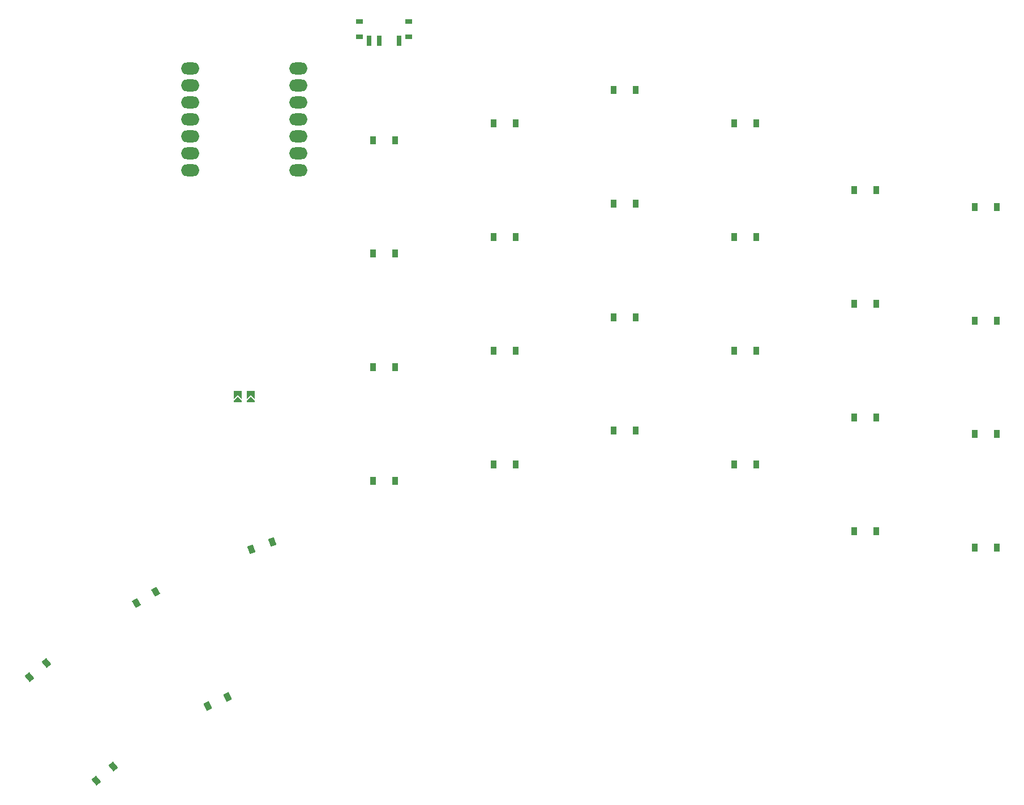
<source format=gbr>
%TF.GenerationSoftware,KiCad,Pcbnew,8.0.6*%
%TF.CreationDate,2025-01-31T15:21:25+01:00*%
%TF.ProjectId,sleepy58,736c6565-7079-4353-982e-6b696361645f,v1.0.0*%
%TF.SameCoordinates,Original*%
%TF.FileFunction,Paste,Top*%
%TF.FilePolarity,Positive*%
%FSLAX46Y46*%
G04 Gerber Fmt 4.6, Leading zero omitted, Abs format (unit mm)*
G04 Created by KiCad (PCBNEW 8.0.6) date 2025-01-31 15:21:25*
%MOMM*%
%LPD*%
G01*
G04 APERTURE LIST*
G04 Aperture macros list*
%AMRotRect*
0 Rectangle, with rotation*
0 The origin of the aperture is its center*
0 $1 length*
0 $2 width*
0 $3 Rotation angle, in degrees counterclockwise*
0 Add horizontal line*
21,1,$1,$2,0,0,$3*%
%AMFreePoly0*
4,1,6,0.600000,-1.000000,0.000000,-0.400000,-0.600000,-1.000000,-0.600000,0.250000,0.600000,0.250000,0.600000,-1.000000,0.600000,-1.000000,$1*%
%AMFreePoly1*
4,1,6,0.600000,-0.200000,0.600000,-0.400000,-0.600000,-0.400000,-0.600000,-0.200000,0.000000,0.400000,0.600000,-0.200000,0.600000,-0.200000,$1*%
G04 Aperture macros list end*
%ADD10R,0.900000X1.200000*%
%ADD11RotRect,0.900000X1.200000X40.000000*%
%ADD12RotRect,0.900000X1.200000X20.000000*%
%ADD13RotRect,0.900000X1.200000X30.000000*%
%ADD14FreePoly0,0.000000*%
%ADD15FreePoly1,0.000000*%
%ADD16O,2.750000X1.800000*%
%ADD17RotRect,0.900000X1.200000X25.000000*%
%ADD18R,1.000000X0.800000*%
%ADD19R,0.700000X1.500000*%
G04 APERTURE END LIST*
D10*
%TO.C,D1*%
X98350000Y-105000000D03*
X101650000Y-105000000D03*
%TD*%
%TO.C,D21*%
X188350000Y-115000000D03*
X191650000Y-115000000D03*
%TD*%
D11*
%TO.C,D29*%
X56949927Y-149890800D03*
X59477873Y-147769600D03*
%TD*%
D10*
%TO.C,D2*%
X98350000Y-88000000D03*
X101650000Y-88000000D03*
%TD*%
%TO.C,D14*%
X152350000Y-85500000D03*
X155650000Y-85500000D03*
%TD*%
%TO.C,D6*%
X116350000Y-85500000D03*
X119650000Y-85500000D03*
%TD*%
%TO.C,D9*%
X134350000Y-97500000D03*
X137650000Y-97500000D03*
%TD*%
%TO.C,D8*%
X116350000Y-51500000D03*
X119650000Y-51500000D03*
%TD*%
D12*
%TO.C,D25*%
X80159607Y-115262833D03*
X83260593Y-114134167D03*
%TD*%
D13*
%TO.C,D26*%
X62971058Y-123255100D03*
X65828942Y-121605100D03*
%TD*%
D10*
%TO.C,D5*%
X116350000Y-102500000D03*
X119650000Y-102500000D03*
%TD*%
%TO.C,D12*%
X134350000Y-46500000D03*
X137650000Y-46500000D03*
%TD*%
%TO.C,D23*%
X188350000Y-81000000D03*
X191650000Y-81000000D03*
%TD*%
%TO.C,D4*%
X98350000Y-54000000D03*
X101650000Y-54000000D03*
%TD*%
D11*
%TO.C,D27*%
X46949927Y-134390800D03*
X49477873Y-132269600D03*
%TD*%
D10*
%TO.C,D15*%
X152350000Y-68500000D03*
X155650000Y-68500000D03*
%TD*%
%TO.C,D17*%
X170350000Y-112500000D03*
X173650000Y-112500000D03*
%TD*%
D14*
%TO.C,JST1*%
X80100000Y-91784000D03*
X78100000Y-91784000D03*
D15*
X80100000Y-92800000D03*
X78100000Y-92800000D03*
%TD*%
D10*
%TO.C,D22*%
X188350000Y-98000000D03*
X191650000Y-98000000D03*
%TD*%
%TO.C,D7*%
X116350000Y-68500000D03*
X119650000Y-68500000D03*
%TD*%
%TO.C,D20*%
X170350000Y-61500000D03*
X173650000Y-61500000D03*
%TD*%
%TO.C,D10*%
X134350000Y-80500000D03*
X137650000Y-80500000D03*
%TD*%
%TO.C,D3*%
X98350000Y-71000000D03*
X101650000Y-71000000D03*
%TD*%
D16*
%TO.C,MCU1*%
X71005040Y-43280000D03*
X71005040Y-45820000D03*
X71005040Y-48360000D03*
X71005040Y-50900000D03*
X71005040Y-53440000D03*
X71005040Y-55980000D03*
X71005040Y-58520000D03*
X87194960Y-58520000D03*
X87194960Y-55980000D03*
X87194960Y-53440000D03*
X87194960Y-50900000D03*
X87194960Y-48360000D03*
X87194960Y-45820000D03*
X87194960Y-43280000D03*
%TD*%
D10*
%TO.C,D11*%
X134350000Y-63500000D03*
X137650000Y-63500000D03*
%TD*%
%TO.C,D16*%
X152350000Y-51500000D03*
X155650000Y-51500000D03*
%TD*%
D17*
%TO.C,D28*%
X73617692Y-138728820D03*
X76608508Y-137334180D03*
%TD*%
D18*
%TO.C,PWR1*%
X96350000Y-38495000D03*
X103650000Y-38495000D03*
X96350000Y-36285000D03*
X103650000Y-36285000D03*
D19*
X102250000Y-39145000D03*
X99250000Y-39145000D03*
X97750000Y-39145000D03*
%TD*%
D10*
%TO.C,D13*%
X152350000Y-102500000D03*
X155650000Y-102500000D03*
%TD*%
%TO.C,D19*%
X170350000Y-78500000D03*
X173650000Y-78500000D03*
%TD*%
%TO.C,D18*%
X170350000Y-95500000D03*
X173650000Y-95500000D03*
%TD*%
%TO.C,D24*%
X188350000Y-64000000D03*
X191650000Y-64000000D03*
%TD*%
M02*

</source>
